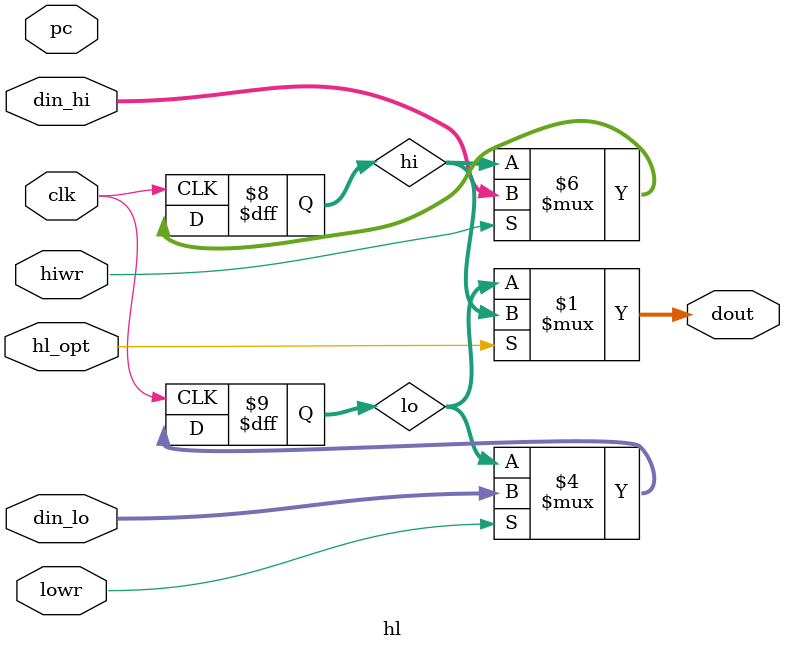
<source format=v>
`timescale 1ns / 1ps


module hl(
    input clk,
    input hiwr,
    input lowr,
    input hl_opt,
    input [31:0] pc,
    input [31:0] din_hi,
    input [31:0] din_lo,
    output [31:0] dout
    );
    reg [31:0] hi,lo;
    assign dout = hl_opt ? hi : lo;
    initial
    begin
        hi <= 32'b0;
        lo <= 32'b0;
    end
    always@(posedge clk)
    begin
        if(hiwr)
        begin
            hi <= din_hi;
            $display("@%h:hi <= %h", pc - 4, din_hi);
        end
        if(lowr)
        begin
            lo <= din_lo;
            $display("@%h:lo <= %h", pc - 4, din_lo);
        end
    end
endmodule

</source>
